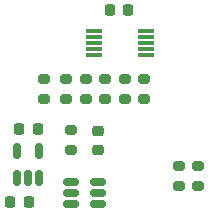
<source format=gbr>
%TF.GenerationSoftware,KiCad,Pcbnew,7.0.7*%
%TF.CreationDate,2024-07-11T11:51:31-04:00*%
%TF.ProjectId,attiny412_breakout,61747469-6e79-4343-9132-5f627265616b,1.0*%
%TF.SameCoordinates,Original*%
%TF.FileFunction,Paste,Bot*%
%TF.FilePolarity,Positive*%
%FSLAX46Y46*%
G04 Gerber Fmt 4.6, Leading zero omitted, Abs format (unit mm)*
G04 Created by KiCad (PCBNEW 7.0.7) date 2024-07-11 11:51:31*
%MOMM*%
%LPD*%
G01*
G04 APERTURE LIST*
G04 Aperture macros list*
%AMRoundRect*
0 Rectangle with rounded corners*
0 $1 Rounding radius*
0 $2 $3 $4 $5 $6 $7 $8 $9 X,Y pos of 4 corners*
0 Add a 4 corners polygon primitive as box body*
4,1,4,$2,$3,$4,$5,$6,$7,$8,$9,$2,$3,0*
0 Add four circle primitives for the rounded corners*
1,1,$1+$1,$2,$3*
1,1,$1+$1,$4,$5*
1,1,$1+$1,$6,$7*
1,1,$1+$1,$8,$9*
0 Add four rect primitives between the rounded corners*
20,1,$1+$1,$2,$3,$4,$5,0*
20,1,$1+$1,$4,$5,$6,$7,0*
20,1,$1+$1,$6,$7,$8,$9,0*
20,1,$1+$1,$8,$9,$2,$3,0*%
G04 Aperture macros list end*
%ADD10RoundRect,0.150000X0.150000X-0.512500X0.150000X0.512500X-0.150000X0.512500X-0.150000X-0.512500X0*%
%ADD11RoundRect,0.150000X0.512500X0.150000X-0.512500X0.150000X-0.512500X-0.150000X0.512500X-0.150000X0*%
%ADD12R,1.400000X0.300000*%
%ADD13RoundRect,0.200000X0.275000X-0.200000X0.275000X0.200000X-0.275000X0.200000X-0.275000X-0.200000X0*%
%ADD14RoundRect,0.200000X-0.275000X0.200000X-0.275000X-0.200000X0.275000X-0.200000X0.275000X0.200000X0*%
%ADD15RoundRect,0.218750X-0.256250X0.218750X-0.256250X-0.218750X0.256250X-0.218750X0.256250X0.218750X0*%
%ADD16RoundRect,0.225000X0.225000X0.250000X-0.225000X0.250000X-0.225000X-0.250000X0.225000X-0.250000X0*%
%ADD17RoundRect,0.225000X-0.225000X-0.250000X0.225000X-0.250000X0.225000X0.250000X-0.225000X0.250000X0*%
G04 APERTURE END LIST*
D10*
%TO.C,U4*%
X141859000Y-108447000D03*
X140909000Y-108447000D03*
X139959000Y-108447000D03*
X139959000Y-106172000D03*
X141859000Y-106172000D03*
%TD*%
D11*
%TO.C,U3*%
X146806500Y-108778000D03*
X146806500Y-109728000D03*
X146806500Y-110678000D03*
X144531500Y-110678000D03*
X144531500Y-109728000D03*
X144531500Y-108778000D03*
%TD*%
D12*
%TO.C,U1*%
X150876000Y-96012000D03*
X150876000Y-96512000D03*
X150876000Y-97012000D03*
X150876000Y-97512000D03*
X150876000Y-98012000D03*
X146476000Y-98012000D03*
X146476000Y-97512000D03*
X146476000Y-97012000D03*
X146476000Y-96512000D03*
X146476000Y-96012000D03*
%TD*%
D13*
%TO.C,R9*%
X142290800Y-101726000D03*
X142290800Y-100076000D03*
%TD*%
D14*
%TO.C,R8*%
X144526000Y-104395000D03*
X144526000Y-106045000D03*
%TD*%
%TO.C,R7*%
X145796000Y-100076000D03*
X145796000Y-101726000D03*
%TD*%
%TO.C,R6*%
X144145000Y-100076000D03*
X144145000Y-101726000D03*
%TD*%
%TO.C,R5*%
X147447000Y-100076000D03*
X147447000Y-101726000D03*
%TD*%
D13*
%TO.C,R4*%
X150749000Y-100076000D03*
X150749000Y-101726000D03*
%TD*%
D14*
%TO.C,R3*%
X149098000Y-100076000D03*
X149098000Y-101726000D03*
%TD*%
%TO.C,R2*%
X155321000Y-107442000D03*
X155321000Y-109092000D03*
%TD*%
%TO.C,R1*%
X153670000Y-107442000D03*
X153670000Y-109092000D03*
%TD*%
D15*
%TO.C,F1*%
X146812000Y-104470000D03*
X146812000Y-106045000D03*
%TD*%
D16*
%TO.C,C3*%
X140970000Y-110490000D03*
X139420000Y-110490000D03*
%TD*%
%TO.C,C2*%
X141732000Y-104267000D03*
X140182000Y-104267000D03*
%TD*%
D17*
%TO.C,C1*%
X147828000Y-94234000D03*
X149378000Y-94234000D03*
%TD*%
M02*

</source>
